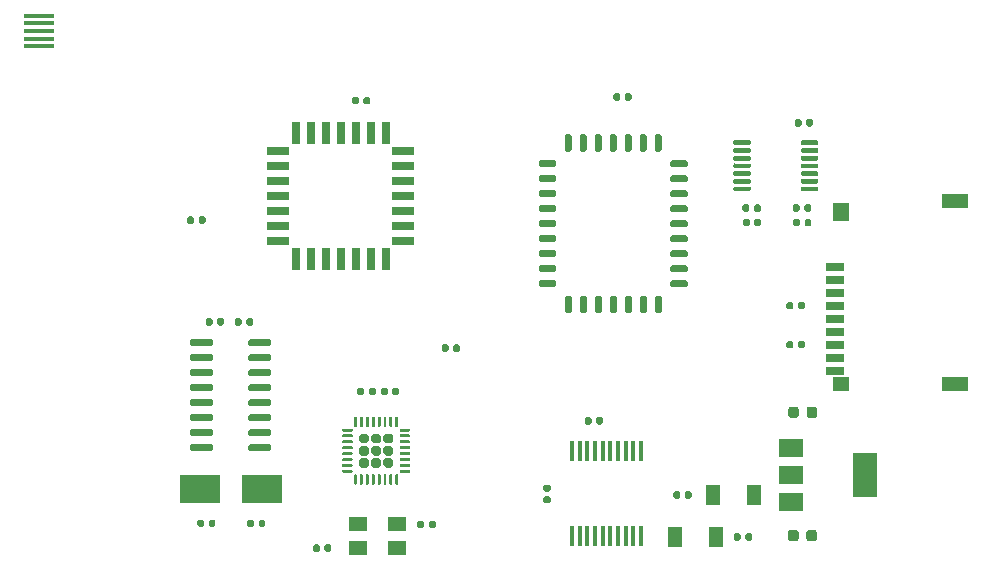
<source format=gbr>
G04 #@! TF.GenerationSoftware,KiCad,Pcbnew,(5.1.8)-1*
G04 #@! TF.CreationDate,2021-04-15T18:07:30+02:00*
G04 #@! TF.ProjectId,ZX Dandanator Mini 2.1b,5a582044-616e-4646-916e-61746f72204d,rev?*
G04 #@! TF.SameCoordinates,Original*
G04 #@! TF.FileFunction,Paste,Top*
G04 #@! TF.FilePolarity,Positive*
%FSLAX46Y46*%
G04 Gerber Fmt 4.6, Leading zero omitted, Abs format (unit mm)*
G04 Created by KiCad (PCBNEW (5.1.8)-1) date 2021-04-15 18:07:30*
%MOMM*%
%LPD*%
G01*
G04 APERTURE LIST*
%ADD10R,3.500000X2.400000*%
%ADD11R,2.650000X0.400000*%
%ADD12R,2.000000X1.500000*%
%ADD13R,2.000000X3.800000*%
%ADD14R,1.600000X1.300000*%
%ADD15R,1.600000X0.700000*%
%ADD16R,1.400000X1.200000*%
%ADD17R,1.400000X1.600000*%
%ADD18R,2.200000X1.200000*%
%ADD19R,1.300000X1.700000*%
%ADD20R,0.450000X1.750000*%
%ADD21R,1.925000X0.700000*%
%ADD22R,0.700000X1.925000*%
G04 APERTURE END LIST*
G36*
G01*
X146482500Y-109859000D02*
X146067500Y-109859000D01*
G75*
G02*
X145860000Y-109651500I0J207500D01*
G01*
X145860000Y-109236500D01*
G75*
G02*
X146067500Y-109029000I207500J0D01*
G01*
X146482500Y-109029000D01*
G75*
G02*
X146690000Y-109236500I0J-207500D01*
G01*
X146690000Y-109651500D01*
G75*
G02*
X146482500Y-109859000I-207500J0D01*
G01*
G37*
G36*
G01*
X145452500Y-109859000D02*
X145037500Y-109859000D01*
G75*
G02*
X144830000Y-109651500I0J207500D01*
G01*
X144830000Y-109236500D01*
G75*
G02*
X145037500Y-109029000I207500J0D01*
G01*
X145452500Y-109029000D01*
G75*
G02*
X145660000Y-109236500I0J-207500D01*
G01*
X145660000Y-109651500D01*
G75*
G02*
X145452500Y-109859000I-207500J0D01*
G01*
G37*
G36*
G01*
X144422500Y-109859000D02*
X144007500Y-109859000D01*
G75*
G02*
X143800000Y-109651500I0J207500D01*
G01*
X143800000Y-109236500D01*
G75*
G02*
X144007500Y-109029000I207500J0D01*
G01*
X144422500Y-109029000D01*
G75*
G02*
X144630000Y-109236500I0J-207500D01*
G01*
X144630000Y-109651500D01*
G75*
G02*
X144422500Y-109859000I-207500J0D01*
G01*
G37*
G36*
G01*
X146482500Y-110889000D02*
X146067500Y-110889000D01*
G75*
G02*
X145860000Y-110681500I0J207500D01*
G01*
X145860000Y-110266500D01*
G75*
G02*
X146067500Y-110059000I207500J0D01*
G01*
X146482500Y-110059000D01*
G75*
G02*
X146690000Y-110266500I0J-207500D01*
G01*
X146690000Y-110681500D01*
G75*
G02*
X146482500Y-110889000I-207500J0D01*
G01*
G37*
G36*
G01*
X145452500Y-110889000D02*
X145037500Y-110889000D01*
G75*
G02*
X144830000Y-110681500I0J207500D01*
G01*
X144830000Y-110266500D01*
G75*
G02*
X145037500Y-110059000I207500J0D01*
G01*
X145452500Y-110059000D01*
G75*
G02*
X145660000Y-110266500I0J-207500D01*
G01*
X145660000Y-110681500D01*
G75*
G02*
X145452500Y-110889000I-207500J0D01*
G01*
G37*
G36*
G01*
X144422500Y-110889000D02*
X144007500Y-110889000D01*
G75*
G02*
X143800000Y-110681500I0J207500D01*
G01*
X143800000Y-110266500D01*
G75*
G02*
X144007500Y-110059000I207500J0D01*
G01*
X144422500Y-110059000D01*
G75*
G02*
X144630000Y-110266500I0J-207500D01*
G01*
X144630000Y-110681500D01*
G75*
G02*
X144422500Y-110889000I-207500J0D01*
G01*
G37*
G36*
G01*
X146482500Y-111919000D02*
X146067500Y-111919000D01*
G75*
G02*
X145860000Y-111711500I0J207500D01*
G01*
X145860000Y-111296500D01*
G75*
G02*
X146067500Y-111089000I207500J0D01*
G01*
X146482500Y-111089000D01*
G75*
G02*
X146690000Y-111296500I0J-207500D01*
G01*
X146690000Y-111711500D01*
G75*
G02*
X146482500Y-111919000I-207500J0D01*
G01*
G37*
G36*
G01*
X145452500Y-111919000D02*
X145037500Y-111919000D01*
G75*
G02*
X144830000Y-111711500I0J207500D01*
G01*
X144830000Y-111296500D01*
G75*
G02*
X145037500Y-111089000I207500J0D01*
G01*
X145452500Y-111089000D01*
G75*
G02*
X145660000Y-111296500I0J-207500D01*
G01*
X145660000Y-111711500D01*
G75*
G02*
X145452500Y-111919000I-207500J0D01*
G01*
G37*
G36*
G01*
X144422500Y-111919000D02*
X144007500Y-111919000D01*
G75*
G02*
X143800000Y-111711500I0J207500D01*
G01*
X143800000Y-111296500D01*
G75*
G02*
X144007500Y-111089000I207500J0D01*
G01*
X144422500Y-111089000D01*
G75*
G02*
X144630000Y-111296500I0J-207500D01*
G01*
X144630000Y-111711500D01*
G75*
G02*
X144422500Y-111919000I-207500J0D01*
G01*
G37*
G36*
G01*
X143182500Y-112349000D02*
X142432500Y-112349000D01*
G75*
G02*
X142370000Y-112286500I0J62500D01*
G01*
X142370000Y-112161500D01*
G75*
G02*
X142432500Y-112099000I62500J0D01*
G01*
X143182500Y-112099000D01*
G75*
G02*
X143245000Y-112161500I0J-62500D01*
G01*
X143245000Y-112286500D01*
G75*
G02*
X143182500Y-112349000I-62500J0D01*
G01*
G37*
G36*
G01*
X143182500Y-111849000D02*
X142432500Y-111849000D01*
G75*
G02*
X142370000Y-111786500I0J62500D01*
G01*
X142370000Y-111661500D01*
G75*
G02*
X142432500Y-111599000I62500J0D01*
G01*
X143182500Y-111599000D01*
G75*
G02*
X143245000Y-111661500I0J-62500D01*
G01*
X143245000Y-111786500D01*
G75*
G02*
X143182500Y-111849000I-62500J0D01*
G01*
G37*
G36*
G01*
X143182500Y-111349000D02*
X142432500Y-111349000D01*
G75*
G02*
X142370000Y-111286500I0J62500D01*
G01*
X142370000Y-111161500D01*
G75*
G02*
X142432500Y-111099000I62500J0D01*
G01*
X143182500Y-111099000D01*
G75*
G02*
X143245000Y-111161500I0J-62500D01*
G01*
X143245000Y-111286500D01*
G75*
G02*
X143182500Y-111349000I-62500J0D01*
G01*
G37*
G36*
G01*
X143182500Y-110849000D02*
X142432500Y-110849000D01*
G75*
G02*
X142370000Y-110786500I0J62500D01*
G01*
X142370000Y-110661500D01*
G75*
G02*
X142432500Y-110599000I62500J0D01*
G01*
X143182500Y-110599000D01*
G75*
G02*
X143245000Y-110661500I0J-62500D01*
G01*
X143245000Y-110786500D01*
G75*
G02*
X143182500Y-110849000I-62500J0D01*
G01*
G37*
G36*
G01*
X143182500Y-110349000D02*
X142432500Y-110349000D01*
G75*
G02*
X142370000Y-110286500I0J62500D01*
G01*
X142370000Y-110161500D01*
G75*
G02*
X142432500Y-110099000I62500J0D01*
G01*
X143182500Y-110099000D01*
G75*
G02*
X143245000Y-110161500I0J-62500D01*
G01*
X143245000Y-110286500D01*
G75*
G02*
X143182500Y-110349000I-62500J0D01*
G01*
G37*
G36*
G01*
X143182500Y-109849000D02*
X142432500Y-109849000D01*
G75*
G02*
X142370000Y-109786500I0J62500D01*
G01*
X142370000Y-109661500D01*
G75*
G02*
X142432500Y-109599000I62500J0D01*
G01*
X143182500Y-109599000D01*
G75*
G02*
X143245000Y-109661500I0J-62500D01*
G01*
X143245000Y-109786500D01*
G75*
G02*
X143182500Y-109849000I-62500J0D01*
G01*
G37*
G36*
G01*
X143182500Y-109349000D02*
X142432500Y-109349000D01*
G75*
G02*
X142370000Y-109286500I0J62500D01*
G01*
X142370000Y-109161500D01*
G75*
G02*
X142432500Y-109099000I62500J0D01*
G01*
X143182500Y-109099000D01*
G75*
G02*
X143245000Y-109161500I0J-62500D01*
G01*
X143245000Y-109286500D01*
G75*
G02*
X143182500Y-109349000I-62500J0D01*
G01*
G37*
G36*
G01*
X143182500Y-108849000D02*
X142432500Y-108849000D01*
G75*
G02*
X142370000Y-108786500I0J62500D01*
G01*
X142370000Y-108661500D01*
G75*
G02*
X142432500Y-108599000I62500J0D01*
G01*
X143182500Y-108599000D01*
G75*
G02*
X143245000Y-108661500I0J-62500D01*
G01*
X143245000Y-108786500D01*
G75*
G02*
X143182500Y-108849000I-62500J0D01*
G01*
G37*
G36*
G01*
X143557500Y-108474000D02*
X143432500Y-108474000D01*
G75*
G02*
X143370000Y-108411500I0J62500D01*
G01*
X143370000Y-107661500D01*
G75*
G02*
X143432500Y-107599000I62500J0D01*
G01*
X143557500Y-107599000D01*
G75*
G02*
X143620000Y-107661500I0J-62500D01*
G01*
X143620000Y-108411500D01*
G75*
G02*
X143557500Y-108474000I-62500J0D01*
G01*
G37*
G36*
G01*
X144057500Y-108474000D02*
X143932500Y-108474000D01*
G75*
G02*
X143870000Y-108411500I0J62500D01*
G01*
X143870000Y-107661500D01*
G75*
G02*
X143932500Y-107599000I62500J0D01*
G01*
X144057500Y-107599000D01*
G75*
G02*
X144120000Y-107661500I0J-62500D01*
G01*
X144120000Y-108411500D01*
G75*
G02*
X144057500Y-108474000I-62500J0D01*
G01*
G37*
G36*
G01*
X144557500Y-108474000D02*
X144432500Y-108474000D01*
G75*
G02*
X144370000Y-108411500I0J62500D01*
G01*
X144370000Y-107661500D01*
G75*
G02*
X144432500Y-107599000I62500J0D01*
G01*
X144557500Y-107599000D01*
G75*
G02*
X144620000Y-107661500I0J-62500D01*
G01*
X144620000Y-108411500D01*
G75*
G02*
X144557500Y-108474000I-62500J0D01*
G01*
G37*
G36*
G01*
X145057500Y-108474000D02*
X144932500Y-108474000D01*
G75*
G02*
X144870000Y-108411500I0J62500D01*
G01*
X144870000Y-107661500D01*
G75*
G02*
X144932500Y-107599000I62500J0D01*
G01*
X145057500Y-107599000D01*
G75*
G02*
X145120000Y-107661500I0J-62500D01*
G01*
X145120000Y-108411500D01*
G75*
G02*
X145057500Y-108474000I-62500J0D01*
G01*
G37*
G36*
G01*
X145557500Y-108474000D02*
X145432500Y-108474000D01*
G75*
G02*
X145370000Y-108411500I0J62500D01*
G01*
X145370000Y-107661500D01*
G75*
G02*
X145432500Y-107599000I62500J0D01*
G01*
X145557500Y-107599000D01*
G75*
G02*
X145620000Y-107661500I0J-62500D01*
G01*
X145620000Y-108411500D01*
G75*
G02*
X145557500Y-108474000I-62500J0D01*
G01*
G37*
G36*
G01*
X146057500Y-108474000D02*
X145932500Y-108474000D01*
G75*
G02*
X145870000Y-108411500I0J62500D01*
G01*
X145870000Y-107661500D01*
G75*
G02*
X145932500Y-107599000I62500J0D01*
G01*
X146057500Y-107599000D01*
G75*
G02*
X146120000Y-107661500I0J-62500D01*
G01*
X146120000Y-108411500D01*
G75*
G02*
X146057500Y-108474000I-62500J0D01*
G01*
G37*
G36*
G01*
X146557500Y-108474000D02*
X146432500Y-108474000D01*
G75*
G02*
X146370000Y-108411500I0J62500D01*
G01*
X146370000Y-107661500D01*
G75*
G02*
X146432500Y-107599000I62500J0D01*
G01*
X146557500Y-107599000D01*
G75*
G02*
X146620000Y-107661500I0J-62500D01*
G01*
X146620000Y-108411500D01*
G75*
G02*
X146557500Y-108474000I-62500J0D01*
G01*
G37*
G36*
G01*
X147057500Y-108474000D02*
X146932500Y-108474000D01*
G75*
G02*
X146870000Y-108411500I0J62500D01*
G01*
X146870000Y-107661500D01*
G75*
G02*
X146932500Y-107599000I62500J0D01*
G01*
X147057500Y-107599000D01*
G75*
G02*
X147120000Y-107661500I0J-62500D01*
G01*
X147120000Y-108411500D01*
G75*
G02*
X147057500Y-108474000I-62500J0D01*
G01*
G37*
G36*
G01*
X148057500Y-108849000D02*
X147307500Y-108849000D01*
G75*
G02*
X147245000Y-108786500I0J62500D01*
G01*
X147245000Y-108661500D01*
G75*
G02*
X147307500Y-108599000I62500J0D01*
G01*
X148057500Y-108599000D01*
G75*
G02*
X148120000Y-108661500I0J-62500D01*
G01*
X148120000Y-108786500D01*
G75*
G02*
X148057500Y-108849000I-62500J0D01*
G01*
G37*
G36*
G01*
X148057500Y-109349000D02*
X147307500Y-109349000D01*
G75*
G02*
X147245000Y-109286500I0J62500D01*
G01*
X147245000Y-109161500D01*
G75*
G02*
X147307500Y-109099000I62500J0D01*
G01*
X148057500Y-109099000D01*
G75*
G02*
X148120000Y-109161500I0J-62500D01*
G01*
X148120000Y-109286500D01*
G75*
G02*
X148057500Y-109349000I-62500J0D01*
G01*
G37*
G36*
G01*
X148057500Y-109849000D02*
X147307500Y-109849000D01*
G75*
G02*
X147245000Y-109786500I0J62500D01*
G01*
X147245000Y-109661500D01*
G75*
G02*
X147307500Y-109599000I62500J0D01*
G01*
X148057500Y-109599000D01*
G75*
G02*
X148120000Y-109661500I0J-62500D01*
G01*
X148120000Y-109786500D01*
G75*
G02*
X148057500Y-109849000I-62500J0D01*
G01*
G37*
G36*
G01*
X148057500Y-110349000D02*
X147307500Y-110349000D01*
G75*
G02*
X147245000Y-110286500I0J62500D01*
G01*
X147245000Y-110161500D01*
G75*
G02*
X147307500Y-110099000I62500J0D01*
G01*
X148057500Y-110099000D01*
G75*
G02*
X148120000Y-110161500I0J-62500D01*
G01*
X148120000Y-110286500D01*
G75*
G02*
X148057500Y-110349000I-62500J0D01*
G01*
G37*
G36*
G01*
X148057500Y-110849000D02*
X147307500Y-110849000D01*
G75*
G02*
X147245000Y-110786500I0J62500D01*
G01*
X147245000Y-110661500D01*
G75*
G02*
X147307500Y-110599000I62500J0D01*
G01*
X148057500Y-110599000D01*
G75*
G02*
X148120000Y-110661500I0J-62500D01*
G01*
X148120000Y-110786500D01*
G75*
G02*
X148057500Y-110849000I-62500J0D01*
G01*
G37*
G36*
G01*
X148057500Y-111349000D02*
X147307500Y-111349000D01*
G75*
G02*
X147245000Y-111286500I0J62500D01*
G01*
X147245000Y-111161500D01*
G75*
G02*
X147307500Y-111099000I62500J0D01*
G01*
X148057500Y-111099000D01*
G75*
G02*
X148120000Y-111161500I0J-62500D01*
G01*
X148120000Y-111286500D01*
G75*
G02*
X148057500Y-111349000I-62500J0D01*
G01*
G37*
G36*
G01*
X148057500Y-111849000D02*
X147307500Y-111849000D01*
G75*
G02*
X147245000Y-111786500I0J62500D01*
G01*
X147245000Y-111661500D01*
G75*
G02*
X147307500Y-111599000I62500J0D01*
G01*
X148057500Y-111599000D01*
G75*
G02*
X148120000Y-111661500I0J-62500D01*
G01*
X148120000Y-111786500D01*
G75*
G02*
X148057500Y-111849000I-62500J0D01*
G01*
G37*
G36*
G01*
X148057500Y-112349000D02*
X147307500Y-112349000D01*
G75*
G02*
X147245000Y-112286500I0J62500D01*
G01*
X147245000Y-112161500D01*
G75*
G02*
X147307500Y-112099000I62500J0D01*
G01*
X148057500Y-112099000D01*
G75*
G02*
X148120000Y-112161500I0J-62500D01*
G01*
X148120000Y-112286500D01*
G75*
G02*
X148057500Y-112349000I-62500J0D01*
G01*
G37*
G36*
G01*
X147057500Y-113349000D02*
X146932500Y-113349000D01*
G75*
G02*
X146870000Y-113286500I0J62500D01*
G01*
X146870000Y-112536500D01*
G75*
G02*
X146932500Y-112474000I62500J0D01*
G01*
X147057500Y-112474000D01*
G75*
G02*
X147120000Y-112536500I0J-62500D01*
G01*
X147120000Y-113286500D01*
G75*
G02*
X147057500Y-113349000I-62500J0D01*
G01*
G37*
G36*
G01*
X146557500Y-113349000D02*
X146432500Y-113349000D01*
G75*
G02*
X146370000Y-113286500I0J62500D01*
G01*
X146370000Y-112536500D01*
G75*
G02*
X146432500Y-112474000I62500J0D01*
G01*
X146557500Y-112474000D01*
G75*
G02*
X146620000Y-112536500I0J-62500D01*
G01*
X146620000Y-113286500D01*
G75*
G02*
X146557500Y-113349000I-62500J0D01*
G01*
G37*
G36*
G01*
X146057500Y-113349000D02*
X145932500Y-113349000D01*
G75*
G02*
X145870000Y-113286500I0J62500D01*
G01*
X145870000Y-112536500D01*
G75*
G02*
X145932500Y-112474000I62500J0D01*
G01*
X146057500Y-112474000D01*
G75*
G02*
X146120000Y-112536500I0J-62500D01*
G01*
X146120000Y-113286500D01*
G75*
G02*
X146057500Y-113349000I-62500J0D01*
G01*
G37*
G36*
G01*
X145557500Y-113349000D02*
X145432500Y-113349000D01*
G75*
G02*
X145370000Y-113286500I0J62500D01*
G01*
X145370000Y-112536500D01*
G75*
G02*
X145432500Y-112474000I62500J0D01*
G01*
X145557500Y-112474000D01*
G75*
G02*
X145620000Y-112536500I0J-62500D01*
G01*
X145620000Y-113286500D01*
G75*
G02*
X145557500Y-113349000I-62500J0D01*
G01*
G37*
G36*
G01*
X145057500Y-113349000D02*
X144932500Y-113349000D01*
G75*
G02*
X144870000Y-113286500I0J62500D01*
G01*
X144870000Y-112536500D01*
G75*
G02*
X144932500Y-112474000I62500J0D01*
G01*
X145057500Y-112474000D01*
G75*
G02*
X145120000Y-112536500I0J-62500D01*
G01*
X145120000Y-113286500D01*
G75*
G02*
X145057500Y-113349000I-62500J0D01*
G01*
G37*
G36*
G01*
X144557500Y-113349000D02*
X144432500Y-113349000D01*
G75*
G02*
X144370000Y-113286500I0J62500D01*
G01*
X144370000Y-112536500D01*
G75*
G02*
X144432500Y-112474000I62500J0D01*
G01*
X144557500Y-112474000D01*
G75*
G02*
X144620000Y-112536500I0J-62500D01*
G01*
X144620000Y-113286500D01*
G75*
G02*
X144557500Y-113349000I-62500J0D01*
G01*
G37*
G36*
G01*
X144057500Y-113349000D02*
X143932500Y-113349000D01*
G75*
G02*
X143870000Y-113286500I0J62500D01*
G01*
X143870000Y-112536500D01*
G75*
G02*
X143932500Y-112474000I62500J0D01*
G01*
X144057500Y-112474000D01*
G75*
G02*
X144120000Y-112536500I0J-62500D01*
G01*
X144120000Y-113286500D01*
G75*
G02*
X144057500Y-113349000I-62500J0D01*
G01*
G37*
G36*
G01*
X143557500Y-113349000D02*
X143432500Y-113349000D01*
G75*
G02*
X143370000Y-113286500I0J62500D01*
G01*
X143370000Y-112536500D01*
G75*
G02*
X143432500Y-112474000I62500J0D01*
G01*
X143557500Y-112474000D01*
G75*
G02*
X143620000Y-112536500I0J-62500D01*
G01*
X143620000Y-113286500D01*
G75*
G02*
X143557500Y-113349000I-62500J0D01*
G01*
G37*
D10*
X135571000Y-113685000D03*
X130371000Y-113685000D03*
G36*
G01*
X134430000Y-101482000D02*
X134430000Y-101182000D01*
G75*
G02*
X134580000Y-101032000I150000J0D01*
G01*
X136230000Y-101032000D01*
G75*
G02*
X136380000Y-101182000I0J-150000D01*
G01*
X136380000Y-101482000D01*
G75*
G02*
X136230000Y-101632000I-150000J0D01*
G01*
X134580000Y-101632000D01*
G75*
G02*
X134430000Y-101482000I0J150000D01*
G01*
G37*
G36*
G01*
X134430000Y-102752000D02*
X134430000Y-102452000D01*
G75*
G02*
X134580000Y-102302000I150000J0D01*
G01*
X136230000Y-102302000D01*
G75*
G02*
X136380000Y-102452000I0J-150000D01*
G01*
X136380000Y-102752000D01*
G75*
G02*
X136230000Y-102902000I-150000J0D01*
G01*
X134580000Y-102902000D01*
G75*
G02*
X134430000Y-102752000I0J150000D01*
G01*
G37*
G36*
G01*
X134430000Y-104022000D02*
X134430000Y-103722000D01*
G75*
G02*
X134580000Y-103572000I150000J0D01*
G01*
X136230000Y-103572000D01*
G75*
G02*
X136380000Y-103722000I0J-150000D01*
G01*
X136380000Y-104022000D01*
G75*
G02*
X136230000Y-104172000I-150000J0D01*
G01*
X134580000Y-104172000D01*
G75*
G02*
X134430000Y-104022000I0J150000D01*
G01*
G37*
G36*
G01*
X134430000Y-105292000D02*
X134430000Y-104992000D01*
G75*
G02*
X134580000Y-104842000I150000J0D01*
G01*
X136230000Y-104842000D01*
G75*
G02*
X136380000Y-104992000I0J-150000D01*
G01*
X136380000Y-105292000D01*
G75*
G02*
X136230000Y-105442000I-150000J0D01*
G01*
X134580000Y-105442000D01*
G75*
G02*
X134430000Y-105292000I0J150000D01*
G01*
G37*
G36*
G01*
X134430000Y-106562000D02*
X134430000Y-106262000D01*
G75*
G02*
X134580000Y-106112000I150000J0D01*
G01*
X136230000Y-106112000D01*
G75*
G02*
X136380000Y-106262000I0J-150000D01*
G01*
X136380000Y-106562000D01*
G75*
G02*
X136230000Y-106712000I-150000J0D01*
G01*
X134580000Y-106712000D01*
G75*
G02*
X134430000Y-106562000I0J150000D01*
G01*
G37*
G36*
G01*
X134430000Y-107832000D02*
X134430000Y-107532000D01*
G75*
G02*
X134580000Y-107382000I150000J0D01*
G01*
X136230000Y-107382000D01*
G75*
G02*
X136380000Y-107532000I0J-150000D01*
G01*
X136380000Y-107832000D01*
G75*
G02*
X136230000Y-107982000I-150000J0D01*
G01*
X134580000Y-107982000D01*
G75*
G02*
X134430000Y-107832000I0J150000D01*
G01*
G37*
G36*
G01*
X134430000Y-109102000D02*
X134430000Y-108802000D01*
G75*
G02*
X134580000Y-108652000I150000J0D01*
G01*
X136230000Y-108652000D01*
G75*
G02*
X136380000Y-108802000I0J-150000D01*
G01*
X136380000Y-109102000D01*
G75*
G02*
X136230000Y-109252000I-150000J0D01*
G01*
X134580000Y-109252000D01*
G75*
G02*
X134430000Y-109102000I0J150000D01*
G01*
G37*
G36*
G01*
X134430000Y-110372000D02*
X134430000Y-110072000D01*
G75*
G02*
X134580000Y-109922000I150000J0D01*
G01*
X136230000Y-109922000D01*
G75*
G02*
X136380000Y-110072000I0J-150000D01*
G01*
X136380000Y-110372000D01*
G75*
G02*
X136230000Y-110522000I-150000J0D01*
G01*
X134580000Y-110522000D01*
G75*
G02*
X134430000Y-110372000I0J150000D01*
G01*
G37*
G36*
G01*
X129480000Y-110372000D02*
X129480000Y-110072000D01*
G75*
G02*
X129630000Y-109922000I150000J0D01*
G01*
X131280000Y-109922000D01*
G75*
G02*
X131430000Y-110072000I0J-150000D01*
G01*
X131430000Y-110372000D01*
G75*
G02*
X131280000Y-110522000I-150000J0D01*
G01*
X129630000Y-110522000D01*
G75*
G02*
X129480000Y-110372000I0J150000D01*
G01*
G37*
G36*
G01*
X129480000Y-109102000D02*
X129480000Y-108802000D01*
G75*
G02*
X129630000Y-108652000I150000J0D01*
G01*
X131280000Y-108652000D01*
G75*
G02*
X131430000Y-108802000I0J-150000D01*
G01*
X131430000Y-109102000D01*
G75*
G02*
X131280000Y-109252000I-150000J0D01*
G01*
X129630000Y-109252000D01*
G75*
G02*
X129480000Y-109102000I0J150000D01*
G01*
G37*
G36*
G01*
X129480000Y-107832000D02*
X129480000Y-107532000D01*
G75*
G02*
X129630000Y-107382000I150000J0D01*
G01*
X131280000Y-107382000D01*
G75*
G02*
X131430000Y-107532000I0J-150000D01*
G01*
X131430000Y-107832000D01*
G75*
G02*
X131280000Y-107982000I-150000J0D01*
G01*
X129630000Y-107982000D01*
G75*
G02*
X129480000Y-107832000I0J150000D01*
G01*
G37*
G36*
G01*
X129480000Y-106562000D02*
X129480000Y-106262000D01*
G75*
G02*
X129630000Y-106112000I150000J0D01*
G01*
X131280000Y-106112000D01*
G75*
G02*
X131430000Y-106262000I0J-150000D01*
G01*
X131430000Y-106562000D01*
G75*
G02*
X131280000Y-106712000I-150000J0D01*
G01*
X129630000Y-106712000D01*
G75*
G02*
X129480000Y-106562000I0J150000D01*
G01*
G37*
G36*
G01*
X129480000Y-105292000D02*
X129480000Y-104992000D01*
G75*
G02*
X129630000Y-104842000I150000J0D01*
G01*
X131280000Y-104842000D01*
G75*
G02*
X131430000Y-104992000I0J-150000D01*
G01*
X131430000Y-105292000D01*
G75*
G02*
X131280000Y-105442000I-150000J0D01*
G01*
X129630000Y-105442000D01*
G75*
G02*
X129480000Y-105292000I0J150000D01*
G01*
G37*
G36*
G01*
X129480000Y-104022000D02*
X129480000Y-103722000D01*
G75*
G02*
X129630000Y-103572000I150000J0D01*
G01*
X131280000Y-103572000D01*
G75*
G02*
X131430000Y-103722000I0J-150000D01*
G01*
X131430000Y-104022000D01*
G75*
G02*
X131280000Y-104172000I-150000J0D01*
G01*
X129630000Y-104172000D01*
G75*
G02*
X129480000Y-104022000I0J150000D01*
G01*
G37*
G36*
G01*
X129480000Y-102752000D02*
X129480000Y-102452000D01*
G75*
G02*
X129630000Y-102302000I150000J0D01*
G01*
X131280000Y-102302000D01*
G75*
G02*
X131430000Y-102452000I0J-150000D01*
G01*
X131430000Y-102752000D01*
G75*
G02*
X131280000Y-102902000I-150000J0D01*
G01*
X129630000Y-102902000D01*
G75*
G02*
X129480000Y-102752000I0J150000D01*
G01*
G37*
G36*
G01*
X129480000Y-101482000D02*
X129480000Y-101182000D01*
G75*
G02*
X129630000Y-101032000I150000J0D01*
G01*
X131280000Y-101032000D01*
G75*
G02*
X131430000Y-101182000I0J-150000D01*
G01*
X131430000Y-101482000D01*
G75*
G02*
X131280000Y-101632000I-150000J0D01*
G01*
X129630000Y-101632000D01*
G75*
G02*
X129480000Y-101482000I0J150000D01*
G01*
G37*
G36*
G01*
X134895000Y-116456000D02*
X134895000Y-116796000D01*
G75*
G02*
X134755000Y-116936000I-140000J0D01*
G01*
X134475000Y-116936000D01*
G75*
G02*
X134335000Y-116796000I0J140000D01*
G01*
X134335000Y-116456000D01*
G75*
G02*
X134475000Y-116316000I140000J0D01*
G01*
X134755000Y-116316000D01*
G75*
G02*
X134895000Y-116456000I0J-140000D01*
G01*
G37*
G36*
G01*
X135855000Y-116456000D02*
X135855000Y-116796000D01*
G75*
G02*
X135715000Y-116936000I-140000J0D01*
G01*
X135435000Y-116936000D01*
G75*
G02*
X135295000Y-116796000I0J140000D01*
G01*
X135295000Y-116456000D01*
G75*
G02*
X135435000Y-116316000I140000J0D01*
G01*
X135715000Y-116316000D01*
G75*
G02*
X135855000Y-116456000I0J-140000D01*
G01*
G37*
G36*
G01*
X131078000Y-116781000D02*
X131078000Y-116441000D01*
G75*
G02*
X131218000Y-116301000I140000J0D01*
G01*
X131498000Y-116301000D01*
G75*
G02*
X131638000Y-116441000I0J-140000D01*
G01*
X131638000Y-116781000D01*
G75*
G02*
X131498000Y-116921000I-140000J0D01*
G01*
X131218000Y-116921000D01*
G75*
G02*
X131078000Y-116781000I0J140000D01*
G01*
G37*
G36*
G01*
X130118000Y-116781000D02*
X130118000Y-116441000D01*
G75*
G02*
X130258000Y-116301000I140000J0D01*
G01*
X130538000Y-116301000D01*
G75*
G02*
X130678000Y-116441000I0J-140000D01*
G01*
X130678000Y-116781000D01*
G75*
G02*
X130538000Y-116921000I-140000J0D01*
G01*
X130258000Y-116921000D01*
G75*
G02*
X130118000Y-116781000I0J140000D01*
G01*
G37*
D11*
X116720600Y-76235200D03*
X116720600Y-75589800D03*
X116720600Y-74939800D03*
X116720600Y-74289800D03*
X116720600Y-73639800D03*
G36*
G01*
X181681000Y-107476000D02*
X181681000Y-106976000D01*
G75*
G02*
X181906000Y-106751000I225000J0D01*
G01*
X182356000Y-106751000D01*
G75*
G02*
X182581000Y-106976000I0J-225000D01*
G01*
X182581000Y-107476000D01*
G75*
G02*
X182356000Y-107701000I-225000J0D01*
G01*
X181906000Y-107701000D01*
G75*
G02*
X181681000Y-107476000I0J225000D01*
G01*
G37*
G36*
G01*
X180131000Y-107476000D02*
X180131000Y-106976000D01*
G75*
G02*
X180356000Y-106751000I225000J0D01*
G01*
X180806000Y-106751000D01*
G75*
G02*
X181031000Y-106976000I0J-225000D01*
G01*
X181031000Y-107476000D01*
G75*
G02*
X180806000Y-107701000I-225000J0D01*
G01*
X180356000Y-107701000D01*
G75*
G02*
X180131000Y-107476000I0J225000D01*
G01*
G37*
G36*
G01*
X181666000Y-117907000D02*
X181666000Y-117407000D01*
G75*
G02*
X181891000Y-117182000I225000J0D01*
G01*
X182341000Y-117182000D01*
G75*
G02*
X182566000Y-117407000I0J-225000D01*
G01*
X182566000Y-117907000D01*
G75*
G02*
X182341000Y-118132000I-225000J0D01*
G01*
X181891000Y-118132000D01*
G75*
G02*
X181666000Y-117907000I0J225000D01*
G01*
G37*
G36*
G01*
X180116000Y-117907000D02*
X180116000Y-117407000D01*
G75*
G02*
X180341000Y-117182000I225000J0D01*
G01*
X180791000Y-117182000D01*
G75*
G02*
X181016000Y-117407000I0J-225000D01*
G01*
X181016000Y-117907000D01*
G75*
G02*
X180791000Y-118132000I-225000J0D01*
G01*
X180341000Y-118132000D01*
G75*
G02*
X180116000Y-117907000I0J225000D01*
G01*
G37*
D12*
X180327000Y-110204000D03*
X180327000Y-114804000D03*
X180327000Y-112504000D03*
D13*
X186627000Y-112504000D03*
G36*
G01*
X176499000Y-117954500D02*
X176499000Y-117609500D01*
G75*
G02*
X176646500Y-117462000I147500J0D01*
G01*
X176941500Y-117462000D01*
G75*
G02*
X177089000Y-117609500I0J-147500D01*
G01*
X177089000Y-117954500D01*
G75*
G02*
X176941500Y-118102000I-147500J0D01*
G01*
X176646500Y-118102000D01*
G75*
G02*
X176499000Y-117954500I0J147500D01*
G01*
G37*
G36*
G01*
X175529000Y-117954500D02*
X175529000Y-117609500D01*
G75*
G02*
X175676500Y-117462000I147500J0D01*
G01*
X175971500Y-117462000D01*
G75*
G02*
X176119000Y-117609500I0J-147500D01*
G01*
X176119000Y-117954500D01*
G75*
G02*
X175971500Y-118102000I-147500J0D01*
G01*
X175676500Y-118102000D01*
G75*
G02*
X175529000Y-117954500I0J147500D01*
G01*
G37*
G36*
G01*
X163480000Y-107774500D02*
X163480000Y-108119500D01*
G75*
G02*
X163332500Y-108267000I-147500J0D01*
G01*
X163037500Y-108267000D01*
G75*
G02*
X162890000Y-108119500I0J147500D01*
G01*
X162890000Y-107774500D01*
G75*
G02*
X163037500Y-107627000I147500J0D01*
G01*
X163332500Y-107627000D01*
G75*
G02*
X163480000Y-107774500I0J-147500D01*
G01*
G37*
G36*
G01*
X164450000Y-107774500D02*
X164450000Y-108119500D01*
G75*
G02*
X164302500Y-108267000I-147500J0D01*
G01*
X164007500Y-108267000D01*
G75*
G02*
X163860000Y-108119500I0J147500D01*
G01*
X163860000Y-107774500D01*
G75*
G02*
X164007500Y-107627000I147500J0D01*
G01*
X164302500Y-107627000D01*
G75*
G02*
X164450000Y-107774500I0J-147500D01*
G01*
G37*
G36*
G01*
X131390000Y-99390100D02*
X131390000Y-99735100D01*
G75*
G02*
X131242500Y-99882600I-147500J0D01*
G01*
X130947500Y-99882600D01*
G75*
G02*
X130800000Y-99735100I0J147500D01*
G01*
X130800000Y-99390100D01*
G75*
G02*
X130947500Y-99242600I147500J0D01*
G01*
X131242500Y-99242600D01*
G75*
G02*
X131390000Y-99390100I0J-147500D01*
G01*
G37*
G36*
G01*
X132360000Y-99390100D02*
X132360000Y-99735100D01*
G75*
G02*
X132212500Y-99882600I-147500J0D01*
G01*
X131917500Y-99882600D01*
G75*
G02*
X131770000Y-99735100I0J147500D01*
G01*
X131770000Y-99390100D01*
G75*
G02*
X131917500Y-99242600I147500J0D01*
G01*
X132212500Y-99242600D01*
G75*
G02*
X132360000Y-99390100I0J-147500D01*
G01*
G37*
G36*
G01*
X134246000Y-99735100D02*
X134246000Y-99390100D01*
G75*
G02*
X134393500Y-99242600I147500J0D01*
G01*
X134688500Y-99242600D01*
G75*
G02*
X134836000Y-99390100I0J-147500D01*
G01*
X134836000Y-99735100D01*
G75*
G02*
X134688500Y-99882600I-147500J0D01*
G01*
X134393500Y-99882600D01*
G75*
G02*
X134246000Y-99735100I0J147500D01*
G01*
G37*
G36*
G01*
X133276000Y-99735100D02*
X133276000Y-99390100D01*
G75*
G02*
X133423500Y-99242600I147500J0D01*
G01*
X133718500Y-99242600D01*
G75*
G02*
X133866000Y-99390100I0J-147500D01*
G01*
X133866000Y-99735100D01*
G75*
G02*
X133718500Y-99882600I-147500J0D01*
G01*
X133423500Y-99882600D01*
G75*
G02*
X133276000Y-99735100I0J147500D01*
G01*
G37*
G36*
G01*
X144172000Y-81010100D02*
X144172000Y-80665100D01*
G75*
G02*
X144319500Y-80517600I147500J0D01*
G01*
X144614500Y-80517600D01*
G75*
G02*
X144762000Y-80665100I0J-147500D01*
G01*
X144762000Y-81010100D01*
G75*
G02*
X144614500Y-81157600I-147500J0D01*
G01*
X144319500Y-81157600D01*
G75*
G02*
X144172000Y-81010100I0J147500D01*
G01*
G37*
G36*
G01*
X143202000Y-81010100D02*
X143202000Y-80665100D01*
G75*
G02*
X143349500Y-80517600I147500J0D01*
G01*
X143644500Y-80517600D01*
G75*
G02*
X143792000Y-80665100I0J-147500D01*
G01*
X143792000Y-81010100D01*
G75*
G02*
X143644500Y-81157600I-147500J0D01*
G01*
X143349500Y-81157600D01*
G75*
G02*
X143202000Y-81010100I0J147500D01*
G01*
G37*
G36*
G01*
X165898000Y-80350200D02*
X165898000Y-80695200D01*
G75*
G02*
X165750500Y-80842700I-147500J0D01*
G01*
X165455500Y-80842700D01*
G75*
G02*
X165308000Y-80695200I0J147500D01*
G01*
X165308000Y-80350200D01*
G75*
G02*
X165455500Y-80202700I147500J0D01*
G01*
X165750500Y-80202700D01*
G75*
G02*
X165898000Y-80350200I0J-147500D01*
G01*
G37*
G36*
G01*
X166868000Y-80350200D02*
X166868000Y-80695200D01*
G75*
G02*
X166720500Y-80842700I-147500J0D01*
G01*
X166425500Y-80842700D01*
G75*
G02*
X166278000Y-80695200I0J147500D01*
G01*
X166278000Y-80350200D01*
G75*
G02*
X166425500Y-80202700I147500J0D01*
G01*
X166720500Y-80202700D01*
G75*
G02*
X166868000Y-80350200I0J-147500D01*
G01*
G37*
G36*
G01*
X130215000Y-91129500D02*
X130215000Y-90784500D01*
G75*
G02*
X130362500Y-90637000I147500J0D01*
G01*
X130657500Y-90637000D01*
G75*
G02*
X130805000Y-90784500I0J-147500D01*
G01*
X130805000Y-91129500D01*
G75*
G02*
X130657500Y-91277000I-147500J0D01*
G01*
X130362500Y-91277000D01*
G75*
G02*
X130215000Y-91129500I0J147500D01*
G01*
G37*
G36*
G01*
X129245000Y-91129500D02*
X129245000Y-90784500D01*
G75*
G02*
X129392500Y-90637000I147500J0D01*
G01*
X129687500Y-90637000D01*
G75*
G02*
X129835000Y-90784500I0J-147500D01*
G01*
X129835000Y-91129500D01*
G75*
G02*
X129687500Y-91277000I-147500J0D01*
G01*
X129392500Y-91277000D01*
G75*
G02*
X129245000Y-91129500I0J147500D01*
G01*
G37*
G36*
G01*
X159537500Y-114344000D02*
X159882500Y-114344000D01*
G75*
G02*
X160030000Y-114491500I0J-147500D01*
G01*
X160030000Y-114786500D01*
G75*
G02*
X159882500Y-114934000I-147500J0D01*
G01*
X159537500Y-114934000D01*
G75*
G02*
X159390000Y-114786500I0J147500D01*
G01*
X159390000Y-114491500D01*
G75*
G02*
X159537500Y-114344000I147500J0D01*
G01*
G37*
G36*
G01*
X159537500Y-113374000D02*
X159882500Y-113374000D01*
G75*
G02*
X160030000Y-113521500I0J-147500D01*
G01*
X160030000Y-113816500D01*
G75*
G02*
X159882500Y-113964000I-147500J0D01*
G01*
X159537500Y-113964000D01*
G75*
G02*
X159390000Y-113816500I0J147500D01*
G01*
X159390000Y-113521500D01*
G75*
G02*
X159537500Y-113374000I147500J0D01*
G01*
G37*
D14*
X143686000Y-116716000D03*
X146986000Y-116716000D03*
X146986000Y-118716000D03*
X143686000Y-118716000D03*
G36*
G01*
X181210000Y-84507100D02*
X181210000Y-84307100D01*
G75*
G02*
X181310000Y-84207100I100000J0D01*
G01*
X182585000Y-84207100D01*
G75*
G02*
X182685000Y-84307100I0J-100000D01*
G01*
X182685000Y-84507100D01*
G75*
G02*
X182585000Y-84607100I-100000J0D01*
G01*
X181310000Y-84607100D01*
G75*
G02*
X181210000Y-84507100I0J100000D01*
G01*
G37*
G36*
G01*
X181210000Y-85157100D02*
X181210000Y-84957100D01*
G75*
G02*
X181310000Y-84857100I100000J0D01*
G01*
X182585000Y-84857100D01*
G75*
G02*
X182685000Y-84957100I0J-100000D01*
G01*
X182685000Y-85157100D01*
G75*
G02*
X182585000Y-85257100I-100000J0D01*
G01*
X181310000Y-85257100D01*
G75*
G02*
X181210000Y-85157100I0J100000D01*
G01*
G37*
G36*
G01*
X181210000Y-85807100D02*
X181210000Y-85607100D01*
G75*
G02*
X181310000Y-85507100I100000J0D01*
G01*
X182585000Y-85507100D01*
G75*
G02*
X182685000Y-85607100I0J-100000D01*
G01*
X182685000Y-85807100D01*
G75*
G02*
X182585000Y-85907100I-100000J0D01*
G01*
X181310000Y-85907100D01*
G75*
G02*
X181210000Y-85807100I0J100000D01*
G01*
G37*
G36*
G01*
X181210000Y-86457100D02*
X181210000Y-86257100D01*
G75*
G02*
X181310000Y-86157100I100000J0D01*
G01*
X182585000Y-86157100D01*
G75*
G02*
X182685000Y-86257100I0J-100000D01*
G01*
X182685000Y-86457100D01*
G75*
G02*
X182585000Y-86557100I-100000J0D01*
G01*
X181310000Y-86557100D01*
G75*
G02*
X181210000Y-86457100I0J100000D01*
G01*
G37*
G36*
G01*
X181210000Y-87107100D02*
X181210000Y-86907100D01*
G75*
G02*
X181310000Y-86807100I100000J0D01*
G01*
X182585000Y-86807100D01*
G75*
G02*
X182685000Y-86907100I0J-100000D01*
G01*
X182685000Y-87107100D01*
G75*
G02*
X182585000Y-87207100I-100000J0D01*
G01*
X181310000Y-87207100D01*
G75*
G02*
X181210000Y-87107100I0J100000D01*
G01*
G37*
G36*
G01*
X181210000Y-87757100D02*
X181210000Y-87557100D01*
G75*
G02*
X181310000Y-87457100I100000J0D01*
G01*
X182585000Y-87457100D01*
G75*
G02*
X182685000Y-87557100I0J-100000D01*
G01*
X182685000Y-87757100D01*
G75*
G02*
X182585000Y-87857100I-100000J0D01*
G01*
X181310000Y-87857100D01*
G75*
G02*
X181210000Y-87757100I0J100000D01*
G01*
G37*
G36*
G01*
X181210000Y-88407100D02*
X181210000Y-88207100D01*
G75*
G02*
X181310000Y-88107100I100000J0D01*
G01*
X182585000Y-88107100D01*
G75*
G02*
X182685000Y-88207100I0J-100000D01*
G01*
X182685000Y-88407100D01*
G75*
G02*
X182585000Y-88507100I-100000J0D01*
G01*
X181310000Y-88507100D01*
G75*
G02*
X181210000Y-88407100I0J100000D01*
G01*
G37*
G36*
G01*
X175485000Y-88407100D02*
X175485000Y-88207100D01*
G75*
G02*
X175585000Y-88107100I100000J0D01*
G01*
X176860000Y-88107100D01*
G75*
G02*
X176960000Y-88207100I0J-100000D01*
G01*
X176960000Y-88407100D01*
G75*
G02*
X176860000Y-88507100I-100000J0D01*
G01*
X175585000Y-88507100D01*
G75*
G02*
X175485000Y-88407100I0J100000D01*
G01*
G37*
G36*
G01*
X175485000Y-87757100D02*
X175485000Y-87557100D01*
G75*
G02*
X175585000Y-87457100I100000J0D01*
G01*
X176860000Y-87457100D01*
G75*
G02*
X176960000Y-87557100I0J-100000D01*
G01*
X176960000Y-87757100D01*
G75*
G02*
X176860000Y-87857100I-100000J0D01*
G01*
X175585000Y-87857100D01*
G75*
G02*
X175485000Y-87757100I0J100000D01*
G01*
G37*
G36*
G01*
X175485000Y-87107100D02*
X175485000Y-86907100D01*
G75*
G02*
X175585000Y-86807100I100000J0D01*
G01*
X176860000Y-86807100D01*
G75*
G02*
X176960000Y-86907100I0J-100000D01*
G01*
X176960000Y-87107100D01*
G75*
G02*
X176860000Y-87207100I-100000J0D01*
G01*
X175585000Y-87207100D01*
G75*
G02*
X175485000Y-87107100I0J100000D01*
G01*
G37*
G36*
G01*
X175485000Y-86457100D02*
X175485000Y-86257100D01*
G75*
G02*
X175585000Y-86157100I100000J0D01*
G01*
X176860000Y-86157100D01*
G75*
G02*
X176960000Y-86257100I0J-100000D01*
G01*
X176960000Y-86457100D01*
G75*
G02*
X176860000Y-86557100I-100000J0D01*
G01*
X175585000Y-86557100D01*
G75*
G02*
X175485000Y-86457100I0J100000D01*
G01*
G37*
G36*
G01*
X175485000Y-85807100D02*
X175485000Y-85607100D01*
G75*
G02*
X175585000Y-85507100I100000J0D01*
G01*
X176860000Y-85507100D01*
G75*
G02*
X176960000Y-85607100I0J-100000D01*
G01*
X176960000Y-85807100D01*
G75*
G02*
X176860000Y-85907100I-100000J0D01*
G01*
X175585000Y-85907100D01*
G75*
G02*
X175485000Y-85807100I0J100000D01*
G01*
G37*
G36*
G01*
X175485000Y-85157100D02*
X175485000Y-84957100D01*
G75*
G02*
X175585000Y-84857100I100000J0D01*
G01*
X176860000Y-84857100D01*
G75*
G02*
X176960000Y-84957100I0J-100000D01*
G01*
X176960000Y-85157100D01*
G75*
G02*
X176860000Y-85257100I-100000J0D01*
G01*
X175585000Y-85257100D01*
G75*
G02*
X175485000Y-85157100I0J100000D01*
G01*
G37*
G36*
G01*
X175485000Y-84507100D02*
X175485000Y-84307100D01*
G75*
G02*
X175585000Y-84207100I100000J0D01*
G01*
X176860000Y-84207100D01*
G75*
G02*
X176960000Y-84307100I0J-100000D01*
G01*
X176960000Y-84507100D01*
G75*
G02*
X176860000Y-84607100I-100000J0D01*
G01*
X175585000Y-84607100D01*
G75*
G02*
X175485000Y-84507100I0J100000D01*
G01*
G37*
G36*
G01*
X181120000Y-89755800D02*
X181120000Y-90100800D01*
G75*
G02*
X180972500Y-90248300I-147500J0D01*
G01*
X180677500Y-90248300D01*
G75*
G02*
X180530000Y-90100800I0J147500D01*
G01*
X180530000Y-89755800D01*
G75*
G02*
X180677500Y-89608300I147500J0D01*
G01*
X180972500Y-89608300D01*
G75*
G02*
X181120000Y-89755800I0J-147500D01*
G01*
G37*
G36*
G01*
X182090000Y-89755800D02*
X182090000Y-90100800D01*
G75*
G02*
X181942500Y-90248300I-147500J0D01*
G01*
X181647500Y-90248300D01*
G75*
G02*
X181500000Y-90100800I0J147500D01*
G01*
X181500000Y-89755800D01*
G75*
G02*
X181647500Y-89608300I147500J0D01*
G01*
X181942500Y-89608300D01*
G75*
G02*
X182090000Y-89755800I0J-147500D01*
G01*
G37*
G36*
G01*
X176871000Y-90990200D02*
X176871000Y-91335200D01*
G75*
G02*
X176723500Y-91482700I-147500J0D01*
G01*
X176428500Y-91482700D01*
G75*
G02*
X176281000Y-91335200I0J147500D01*
G01*
X176281000Y-90990200D01*
G75*
G02*
X176428500Y-90842700I147500J0D01*
G01*
X176723500Y-90842700D01*
G75*
G02*
X176871000Y-90990200I0J-147500D01*
G01*
G37*
G36*
G01*
X177841000Y-90990200D02*
X177841000Y-91335200D01*
G75*
G02*
X177693500Y-91482700I-147500J0D01*
G01*
X177398500Y-91482700D01*
G75*
G02*
X177251000Y-91335200I0J147500D01*
G01*
X177251000Y-90990200D01*
G75*
G02*
X177398500Y-90842700I147500J0D01*
G01*
X177693500Y-90842700D01*
G75*
G02*
X177841000Y-90990200I0J-147500D01*
G01*
G37*
G36*
G01*
X176848000Y-89766000D02*
X176848000Y-90111000D01*
G75*
G02*
X176700500Y-90258500I-147500J0D01*
G01*
X176405500Y-90258500D01*
G75*
G02*
X176258000Y-90111000I0J147500D01*
G01*
X176258000Y-89766000D01*
G75*
G02*
X176405500Y-89618500I147500J0D01*
G01*
X176700500Y-89618500D01*
G75*
G02*
X176848000Y-89766000I0J-147500D01*
G01*
G37*
G36*
G01*
X177818000Y-89766000D02*
X177818000Y-90111000D01*
G75*
G02*
X177670500Y-90258500I-147500J0D01*
G01*
X177375500Y-90258500D01*
G75*
G02*
X177228000Y-90111000I0J147500D01*
G01*
X177228000Y-89766000D01*
G75*
G02*
X177375500Y-89618500I147500J0D01*
G01*
X177670500Y-89618500D01*
G75*
G02*
X177818000Y-89766000I0J-147500D01*
G01*
G37*
G36*
G01*
X181133000Y-90997900D02*
X181133000Y-91342900D01*
G75*
G02*
X180985500Y-91490400I-147500J0D01*
G01*
X180690500Y-91490400D01*
G75*
G02*
X180543000Y-91342900I0J147500D01*
G01*
X180543000Y-90997900D01*
G75*
G02*
X180690500Y-90850400I147500J0D01*
G01*
X180985500Y-90850400D01*
G75*
G02*
X181133000Y-90997900I0J-147500D01*
G01*
G37*
G36*
G01*
X182103000Y-90997900D02*
X182103000Y-91342900D01*
G75*
G02*
X181955500Y-91490400I-147500J0D01*
G01*
X181660500Y-91490400D01*
G75*
G02*
X181513000Y-91342900I0J147500D01*
G01*
X181513000Y-90997900D01*
G75*
G02*
X181660500Y-90850400I147500J0D01*
G01*
X181955500Y-90850400D01*
G75*
G02*
X182103000Y-90997900I0J-147500D01*
G01*
G37*
G36*
G01*
X180949000Y-101670500D02*
X180949000Y-101325500D01*
G75*
G02*
X181096500Y-101178000I147500J0D01*
G01*
X181391500Y-101178000D01*
G75*
G02*
X181539000Y-101325500I0J-147500D01*
G01*
X181539000Y-101670500D01*
G75*
G02*
X181391500Y-101818000I-147500J0D01*
G01*
X181096500Y-101818000D01*
G75*
G02*
X180949000Y-101670500I0J147500D01*
G01*
G37*
G36*
G01*
X179979000Y-101670500D02*
X179979000Y-101325500D01*
G75*
G02*
X180126500Y-101178000I147500J0D01*
G01*
X180421500Y-101178000D01*
G75*
G02*
X180569000Y-101325500I0J-147500D01*
G01*
X180569000Y-101670500D01*
G75*
G02*
X180421500Y-101818000I-147500J0D01*
G01*
X180126500Y-101818000D01*
G75*
G02*
X179979000Y-101670500I0J147500D01*
G01*
G37*
G36*
G01*
X151386000Y-101623500D02*
X151386000Y-101968500D01*
G75*
G02*
X151238500Y-102116000I-147500J0D01*
G01*
X150943500Y-102116000D01*
G75*
G02*
X150796000Y-101968500I0J147500D01*
G01*
X150796000Y-101623500D01*
G75*
G02*
X150943500Y-101476000I147500J0D01*
G01*
X151238500Y-101476000D01*
G75*
G02*
X151386000Y-101623500I0J-147500D01*
G01*
G37*
G36*
G01*
X152356000Y-101623500D02*
X152356000Y-101968500D01*
G75*
G02*
X152208500Y-102116000I-147500J0D01*
G01*
X151913500Y-102116000D01*
G75*
G02*
X151766000Y-101968500I0J147500D01*
G01*
X151766000Y-101623500D01*
G75*
G02*
X151913500Y-101476000I147500J0D01*
G01*
X152208500Y-101476000D01*
G75*
G02*
X152356000Y-101623500I0J-147500D01*
G01*
G37*
G36*
G01*
X171373000Y-114415500D02*
X171373000Y-114070500D01*
G75*
G02*
X171520500Y-113923000I147500J0D01*
G01*
X171815500Y-113923000D01*
G75*
G02*
X171963000Y-114070500I0J-147500D01*
G01*
X171963000Y-114415500D01*
G75*
G02*
X171815500Y-114563000I-147500J0D01*
G01*
X171520500Y-114563000D01*
G75*
G02*
X171373000Y-114415500I0J147500D01*
G01*
G37*
G36*
G01*
X170403000Y-114415500D02*
X170403000Y-114070500D01*
G75*
G02*
X170550500Y-113923000I147500J0D01*
G01*
X170845500Y-113923000D01*
G75*
G02*
X170993000Y-114070500I0J-147500D01*
G01*
X170993000Y-114415500D01*
G75*
G02*
X170845500Y-114563000I-147500J0D01*
G01*
X170550500Y-114563000D01*
G75*
G02*
X170403000Y-114415500I0J147500D01*
G01*
G37*
D15*
X184117000Y-97086000D03*
X184117000Y-95986000D03*
X184117000Y-94886000D03*
X184117000Y-98186000D03*
X184117000Y-99286000D03*
X184117000Y-100386000D03*
X184117000Y-102586000D03*
X184117000Y-101486000D03*
X184117000Y-103686000D03*
D16*
X184617000Y-104836000D03*
D17*
X184617000Y-90236000D03*
D18*
X194217000Y-104836000D03*
X194217000Y-89336000D03*
D19*
X177246000Y-114246000D03*
X173746000Y-114246000D03*
G36*
G01*
X149331000Y-116545500D02*
X149331000Y-116890500D01*
G75*
G02*
X149183500Y-117038000I-147500J0D01*
G01*
X148888500Y-117038000D01*
G75*
G02*
X148741000Y-116890500I0J147500D01*
G01*
X148741000Y-116545500D01*
G75*
G02*
X148888500Y-116398000I147500J0D01*
G01*
X149183500Y-116398000D01*
G75*
G02*
X149331000Y-116545500I0J-147500D01*
G01*
G37*
G36*
G01*
X150301000Y-116545500D02*
X150301000Y-116890500D01*
G75*
G02*
X150153500Y-117038000I-147500J0D01*
G01*
X149858500Y-117038000D01*
G75*
G02*
X149711000Y-116890500I0J147500D01*
G01*
X149711000Y-116545500D01*
G75*
G02*
X149858500Y-116398000I147500J0D01*
G01*
X150153500Y-116398000D01*
G75*
G02*
X150301000Y-116545500I0J-147500D01*
G01*
G37*
G36*
G01*
X140862000Y-118892500D02*
X140862000Y-118547500D01*
G75*
G02*
X141009500Y-118400000I147500J0D01*
G01*
X141304500Y-118400000D01*
G75*
G02*
X141452000Y-118547500I0J-147500D01*
G01*
X141452000Y-118892500D01*
G75*
G02*
X141304500Y-119040000I-147500J0D01*
G01*
X141009500Y-119040000D01*
G75*
G02*
X140862000Y-118892500I0J147500D01*
G01*
G37*
G36*
G01*
X139892000Y-118892500D02*
X139892000Y-118547500D01*
G75*
G02*
X140039500Y-118400000I147500J0D01*
G01*
X140334500Y-118400000D01*
G75*
G02*
X140482000Y-118547500I0J-147500D01*
G01*
X140482000Y-118892500D01*
G75*
G02*
X140334500Y-119040000I-147500J0D01*
G01*
X140039500Y-119040000D01*
G75*
G02*
X139892000Y-118892500I0J147500D01*
G01*
G37*
G36*
G01*
X144624000Y-105622500D02*
X144624000Y-105277500D01*
G75*
G02*
X144771500Y-105130000I147500J0D01*
G01*
X145066500Y-105130000D01*
G75*
G02*
X145214000Y-105277500I0J-147500D01*
G01*
X145214000Y-105622500D01*
G75*
G02*
X145066500Y-105770000I-147500J0D01*
G01*
X144771500Y-105770000D01*
G75*
G02*
X144624000Y-105622500I0J147500D01*
G01*
G37*
G36*
G01*
X143654000Y-105622500D02*
X143654000Y-105277500D01*
G75*
G02*
X143801500Y-105130000I147500J0D01*
G01*
X144096500Y-105130000D01*
G75*
G02*
X144244000Y-105277500I0J-147500D01*
G01*
X144244000Y-105622500D01*
G75*
G02*
X144096500Y-105770000I-147500J0D01*
G01*
X143801500Y-105770000D01*
G75*
G02*
X143654000Y-105622500I0J147500D01*
G01*
G37*
G36*
G01*
X181653000Y-82879600D02*
X181653000Y-82534600D01*
G75*
G02*
X181800500Y-82387100I147500J0D01*
G01*
X182095500Y-82387100D01*
G75*
G02*
X182243000Y-82534600I0J-147500D01*
G01*
X182243000Y-82879600D01*
G75*
G02*
X182095500Y-83027100I-147500J0D01*
G01*
X181800500Y-83027100D01*
G75*
G02*
X181653000Y-82879600I0J147500D01*
G01*
G37*
G36*
G01*
X180683000Y-82879600D02*
X180683000Y-82534600D01*
G75*
G02*
X180830500Y-82387100I147500J0D01*
G01*
X181125500Y-82387100D01*
G75*
G02*
X181273000Y-82534600I0J-147500D01*
G01*
X181273000Y-82879600D01*
G75*
G02*
X181125500Y-83027100I-147500J0D01*
G01*
X180830500Y-83027100D01*
G75*
G02*
X180683000Y-82879600I0J147500D01*
G01*
G37*
G36*
G01*
X180944000Y-98368500D02*
X180944000Y-98023500D01*
G75*
G02*
X181091500Y-97876000I147500J0D01*
G01*
X181386500Y-97876000D01*
G75*
G02*
X181534000Y-98023500I0J-147500D01*
G01*
X181534000Y-98368500D01*
G75*
G02*
X181386500Y-98516000I-147500J0D01*
G01*
X181091500Y-98516000D01*
G75*
G02*
X180944000Y-98368500I0J147500D01*
G01*
G37*
G36*
G01*
X179974000Y-98368500D02*
X179974000Y-98023500D01*
G75*
G02*
X180121500Y-97876000I147500J0D01*
G01*
X180416500Y-97876000D01*
G75*
G02*
X180564000Y-98023500I0J-147500D01*
G01*
X180564000Y-98368500D01*
G75*
G02*
X180416500Y-98516000I-147500J0D01*
G01*
X180121500Y-98516000D01*
G75*
G02*
X179974000Y-98368500I0J147500D01*
G01*
G37*
G36*
G01*
X146233000Y-105277500D02*
X146233000Y-105622500D01*
G75*
G02*
X146085500Y-105770000I-147500J0D01*
G01*
X145790500Y-105770000D01*
G75*
G02*
X145643000Y-105622500I0J147500D01*
G01*
X145643000Y-105277500D01*
G75*
G02*
X145790500Y-105130000I147500J0D01*
G01*
X146085500Y-105130000D01*
G75*
G02*
X146233000Y-105277500I0J-147500D01*
G01*
G37*
G36*
G01*
X147203000Y-105277500D02*
X147203000Y-105622500D01*
G75*
G02*
X147055500Y-105770000I-147500J0D01*
G01*
X146760500Y-105770000D01*
G75*
G02*
X146613000Y-105622500I0J147500D01*
G01*
X146613000Y-105277500D01*
G75*
G02*
X146760500Y-105130000I147500J0D01*
G01*
X147055500Y-105130000D01*
G75*
G02*
X147203000Y-105277500I0J-147500D01*
G01*
G37*
D20*
X161824000Y-117724000D03*
X162474000Y-117724000D03*
X163124000Y-117724000D03*
X163774000Y-117724000D03*
X164424000Y-117724000D03*
X165074000Y-117724000D03*
X165724000Y-117724000D03*
X166374000Y-117724000D03*
X167024000Y-117724000D03*
X167674000Y-117724000D03*
X167674000Y-110524000D03*
X167024000Y-110524000D03*
X166374000Y-110524000D03*
X165724000Y-110524000D03*
X165074000Y-110524000D03*
X164424000Y-110524000D03*
X163774000Y-110524000D03*
X163124000Y-110524000D03*
X162474000Y-110524000D03*
X161824000Y-110524000D03*
G36*
G01*
X166286000Y-85006700D02*
X166286000Y-83831700D01*
G75*
G02*
X166436000Y-83681700I150000J0D01*
G01*
X166736000Y-83681700D01*
G75*
G02*
X166886000Y-83831700I0J-150000D01*
G01*
X166886000Y-85006700D01*
G75*
G02*
X166736000Y-85156700I-150000J0D01*
G01*
X166436000Y-85156700D01*
G75*
G02*
X166286000Y-85006700I0J150000D01*
G01*
G37*
G36*
G01*
X167556000Y-85006700D02*
X167556000Y-83831700D01*
G75*
G02*
X167706000Y-83681700I150000J0D01*
G01*
X168006000Y-83681700D01*
G75*
G02*
X168156000Y-83831700I0J-150000D01*
G01*
X168156000Y-85006700D01*
G75*
G02*
X168006000Y-85156700I-150000J0D01*
G01*
X167706000Y-85156700D01*
G75*
G02*
X167556000Y-85006700I0J150000D01*
G01*
G37*
G36*
G01*
X168826000Y-85006700D02*
X168826000Y-83831700D01*
G75*
G02*
X168976000Y-83681700I150000J0D01*
G01*
X169276000Y-83681700D01*
G75*
G02*
X169426000Y-83831700I0J-150000D01*
G01*
X169426000Y-85006700D01*
G75*
G02*
X169276000Y-85156700I-150000J0D01*
G01*
X168976000Y-85156700D01*
G75*
G02*
X168826000Y-85006700I0J150000D01*
G01*
G37*
G36*
G01*
X170141000Y-86326700D02*
X170141000Y-86026700D01*
G75*
G02*
X170291000Y-85876700I150000J0D01*
G01*
X171466000Y-85876700D01*
G75*
G02*
X171616000Y-86026700I0J-150000D01*
G01*
X171616000Y-86326700D01*
G75*
G02*
X171466000Y-86476700I-150000J0D01*
G01*
X170291000Y-86476700D01*
G75*
G02*
X170141000Y-86326700I0J150000D01*
G01*
G37*
G36*
G01*
X170141000Y-87596700D02*
X170141000Y-87296700D01*
G75*
G02*
X170291000Y-87146700I150000J0D01*
G01*
X171466000Y-87146700D01*
G75*
G02*
X171616000Y-87296700I0J-150000D01*
G01*
X171616000Y-87596700D01*
G75*
G02*
X171466000Y-87746700I-150000J0D01*
G01*
X170291000Y-87746700D01*
G75*
G02*
X170141000Y-87596700I0J150000D01*
G01*
G37*
G36*
G01*
X170141000Y-88866700D02*
X170141000Y-88566700D01*
G75*
G02*
X170291000Y-88416700I150000J0D01*
G01*
X171466000Y-88416700D01*
G75*
G02*
X171616000Y-88566700I0J-150000D01*
G01*
X171616000Y-88866700D01*
G75*
G02*
X171466000Y-89016700I-150000J0D01*
G01*
X170291000Y-89016700D01*
G75*
G02*
X170141000Y-88866700I0J150000D01*
G01*
G37*
G36*
G01*
X170141000Y-90136700D02*
X170141000Y-89836700D01*
G75*
G02*
X170291000Y-89686700I150000J0D01*
G01*
X171466000Y-89686700D01*
G75*
G02*
X171616000Y-89836700I0J-150000D01*
G01*
X171616000Y-90136700D01*
G75*
G02*
X171466000Y-90286700I-150000J0D01*
G01*
X170291000Y-90286700D01*
G75*
G02*
X170141000Y-90136700I0J150000D01*
G01*
G37*
G36*
G01*
X170141000Y-91406700D02*
X170141000Y-91106700D01*
G75*
G02*
X170291000Y-90956700I150000J0D01*
G01*
X171466000Y-90956700D01*
G75*
G02*
X171616000Y-91106700I0J-150000D01*
G01*
X171616000Y-91406700D01*
G75*
G02*
X171466000Y-91556700I-150000J0D01*
G01*
X170291000Y-91556700D01*
G75*
G02*
X170141000Y-91406700I0J150000D01*
G01*
G37*
G36*
G01*
X170141000Y-92676700D02*
X170141000Y-92376700D01*
G75*
G02*
X170291000Y-92226700I150000J0D01*
G01*
X171466000Y-92226700D01*
G75*
G02*
X171616000Y-92376700I0J-150000D01*
G01*
X171616000Y-92676700D01*
G75*
G02*
X171466000Y-92826700I-150000J0D01*
G01*
X170291000Y-92826700D01*
G75*
G02*
X170141000Y-92676700I0J150000D01*
G01*
G37*
G36*
G01*
X170141000Y-93946700D02*
X170141000Y-93646700D01*
G75*
G02*
X170291000Y-93496700I150000J0D01*
G01*
X171466000Y-93496700D01*
G75*
G02*
X171616000Y-93646700I0J-150000D01*
G01*
X171616000Y-93946700D01*
G75*
G02*
X171466000Y-94096700I-150000J0D01*
G01*
X170291000Y-94096700D01*
G75*
G02*
X170141000Y-93946700I0J150000D01*
G01*
G37*
G36*
G01*
X170141000Y-95216700D02*
X170141000Y-94916700D01*
G75*
G02*
X170291000Y-94766700I150000J0D01*
G01*
X171466000Y-94766700D01*
G75*
G02*
X171616000Y-94916700I0J-150000D01*
G01*
X171616000Y-95216700D01*
G75*
G02*
X171466000Y-95366700I-150000J0D01*
G01*
X170291000Y-95366700D01*
G75*
G02*
X170141000Y-95216700I0J150000D01*
G01*
G37*
G36*
G01*
X170141000Y-96486700D02*
X170141000Y-96186700D01*
G75*
G02*
X170291000Y-96036700I150000J0D01*
G01*
X171466000Y-96036700D01*
G75*
G02*
X171616000Y-96186700I0J-150000D01*
G01*
X171616000Y-96486700D01*
G75*
G02*
X171466000Y-96636700I-150000J0D01*
G01*
X170291000Y-96636700D01*
G75*
G02*
X170141000Y-96486700I0J150000D01*
G01*
G37*
G36*
G01*
X168826000Y-98681700D02*
X168826000Y-97506700D01*
G75*
G02*
X168976000Y-97356700I150000J0D01*
G01*
X169276000Y-97356700D01*
G75*
G02*
X169426000Y-97506700I0J-150000D01*
G01*
X169426000Y-98681700D01*
G75*
G02*
X169276000Y-98831700I-150000J0D01*
G01*
X168976000Y-98831700D01*
G75*
G02*
X168826000Y-98681700I0J150000D01*
G01*
G37*
G36*
G01*
X167556000Y-98681700D02*
X167556000Y-97506700D01*
G75*
G02*
X167706000Y-97356700I150000J0D01*
G01*
X168006000Y-97356700D01*
G75*
G02*
X168156000Y-97506700I0J-150000D01*
G01*
X168156000Y-98681700D01*
G75*
G02*
X168006000Y-98831700I-150000J0D01*
G01*
X167706000Y-98831700D01*
G75*
G02*
X167556000Y-98681700I0J150000D01*
G01*
G37*
G36*
G01*
X166286000Y-98681700D02*
X166286000Y-97506700D01*
G75*
G02*
X166436000Y-97356700I150000J0D01*
G01*
X166736000Y-97356700D01*
G75*
G02*
X166886000Y-97506700I0J-150000D01*
G01*
X166886000Y-98681700D01*
G75*
G02*
X166736000Y-98831700I-150000J0D01*
G01*
X166436000Y-98831700D01*
G75*
G02*
X166286000Y-98681700I0J150000D01*
G01*
G37*
G36*
G01*
X165016000Y-98681700D02*
X165016000Y-97506700D01*
G75*
G02*
X165166000Y-97356700I150000J0D01*
G01*
X165466000Y-97356700D01*
G75*
G02*
X165616000Y-97506700I0J-150000D01*
G01*
X165616000Y-98681700D01*
G75*
G02*
X165466000Y-98831700I-150000J0D01*
G01*
X165166000Y-98831700D01*
G75*
G02*
X165016000Y-98681700I0J150000D01*
G01*
G37*
G36*
G01*
X163746000Y-98681700D02*
X163746000Y-97506700D01*
G75*
G02*
X163896000Y-97356700I150000J0D01*
G01*
X164196000Y-97356700D01*
G75*
G02*
X164346000Y-97506700I0J-150000D01*
G01*
X164346000Y-98681700D01*
G75*
G02*
X164196000Y-98831700I-150000J0D01*
G01*
X163896000Y-98831700D01*
G75*
G02*
X163746000Y-98681700I0J150000D01*
G01*
G37*
G36*
G01*
X162476000Y-98681700D02*
X162476000Y-97506700D01*
G75*
G02*
X162626000Y-97356700I150000J0D01*
G01*
X162926000Y-97356700D01*
G75*
G02*
X163076000Y-97506700I0J-150000D01*
G01*
X163076000Y-98681700D01*
G75*
G02*
X162926000Y-98831700I-150000J0D01*
G01*
X162626000Y-98831700D01*
G75*
G02*
X162476000Y-98681700I0J150000D01*
G01*
G37*
G36*
G01*
X161206000Y-98681700D02*
X161206000Y-97506700D01*
G75*
G02*
X161356000Y-97356700I150000J0D01*
G01*
X161656000Y-97356700D01*
G75*
G02*
X161806000Y-97506700I0J-150000D01*
G01*
X161806000Y-98681700D01*
G75*
G02*
X161656000Y-98831700I-150000J0D01*
G01*
X161356000Y-98831700D01*
G75*
G02*
X161206000Y-98681700I0J150000D01*
G01*
G37*
G36*
G01*
X159016000Y-96486700D02*
X159016000Y-96186700D01*
G75*
G02*
X159166000Y-96036700I150000J0D01*
G01*
X160341000Y-96036700D01*
G75*
G02*
X160491000Y-96186700I0J-150000D01*
G01*
X160491000Y-96486700D01*
G75*
G02*
X160341000Y-96636700I-150000J0D01*
G01*
X159166000Y-96636700D01*
G75*
G02*
X159016000Y-96486700I0J150000D01*
G01*
G37*
G36*
G01*
X159016000Y-95216700D02*
X159016000Y-94916700D01*
G75*
G02*
X159166000Y-94766700I150000J0D01*
G01*
X160341000Y-94766700D01*
G75*
G02*
X160491000Y-94916700I0J-150000D01*
G01*
X160491000Y-95216700D01*
G75*
G02*
X160341000Y-95366700I-150000J0D01*
G01*
X159166000Y-95366700D01*
G75*
G02*
X159016000Y-95216700I0J150000D01*
G01*
G37*
G36*
G01*
X159016000Y-93946700D02*
X159016000Y-93646700D01*
G75*
G02*
X159166000Y-93496700I150000J0D01*
G01*
X160341000Y-93496700D01*
G75*
G02*
X160491000Y-93646700I0J-150000D01*
G01*
X160491000Y-93946700D01*
G75*
G02*
X160341000Y-94096700I-150000J0D01*
G01*
X159166000Y-94096700D01*
G75*
G02*
X159016000Y-93946700I0J150000D01*
G01*
G37*
G36*
G01*
X159016000Y-92676700D02*
X159016000Y-92376700D01*
G75*
G02*
X159166000Y-92226700I150000J0D01*
G01*
X160341000Y-92226700D01*
G75*
G02*
X160491000Y-92376700I0J-150000D01*
G01*
X160491000Y-92676700D01*
G75*
G02*
X160341000Y-92826700I-150000J0D01*
G01*
X159166000Y-92826700D01*
G75*
G02*
X159016000Y-92676700I0J150000D01*
G01*
G37*
G36*
G01*
X159016000Y-91406700D02*
X159016000Y-91106700D01*
G75*
G02*
X159166000Y-90956700I150000J0D01*
G01*
X160341000Y-90956700D01*
G75*
G02*
X160491000Y-91106700I0J-150000D01*
G01*
X160491000Y-91406700D01*
G75*
G02*
X160341000Y-91556700I-150000J0D01*
G01*
X159166000Y-91556700D01*
G75*
G02*
X159016000Y-91406700I0J150000D01*
G01*
G37*
G36*
G01*
X159016000Y-90136700D02*
X159016000Y-89836700D01*
G75*
G02*
X159166000Y-89686700I150000J0D01*
G01*
X160341000Y-89686700D01*
G75*
G02*
X160491000Y-89836700I0J-150000D01*
G01*
X160491000Y-90136700D01*
G75*
G02*
X160341000Y-90286700I-150000J0D01*
G01*
X159166000Y-90286700D01*
G75*
G02*
X159016000Y-90136700I0J150000D01*
G01*
G37*
G36*
G01*
X159016000Y-88866700D02*
X159016000Y-88566700D01*
G75*
G02*
X159166000Y-88416700I150000J0D01*
G01*
X160341000Y-88416700D01*
G75*
G02*
X160491000Y-88566700I0J-150000D01*
G01*
X160491000Y-88866700D01*
G75*
G02*
X160341000Y-89016700I-150000J0D01*
G01*
X159166000Y-89016700D01*
G75*
G02*
X159016000Y-88866700I0J150000D01*
G01*
G37*
G36*
G01*
X159016000Y-87596700D02*
X159016000Y-87296700D01*
G75*
G02*
X159166000Y-87146700I150000J0D01*
G01*
X160341000Y-87146700D01*
G75*
G02*
X160491000Y-87296700I0J-150000D01*
G01*
X160491000Y-87596700D01*
G75*
G02*
X160341000Y-87746700I-150000J0D01*
G01*
X159166000Y-87746700D01*
G75*
G02*
X159016000Y-87596700I0J150000D01*
G01*
G37*
G36*
G01*
X159016000Y-86326700D02*
X159016000Y-86026700D01*
G75*
G02*
X159166000Y-85876700I150000J0D01*
G01*
X160341000Y-85876700D01*
G75*
G02*
X160491000Y-86026700I0J-150000D01*
G01*
X160491000Y-86326700D01*
G75*
G02*
X160341000Y-86476700I-150000J0D01*
G01*
X159166000Y-86476700D01*
G75*
G02*
X159016000Y-86326700I0J150000D01*
G01*
G37*
G36*
G01*
X161206000Y-85006700D02*
X161206000Y-83831700D01*
G75*
G02*
X161356000Y-83681700I150000J0D01*
G01*
X161656000Y-83681700D01*
G75*
G02*
X161806000Y-83831700I0J-150000D01*
G01*
X161806000Y-85006700D01*
G75*
G02*
X161656000Y-85156700I-150000J0D01*
G01*
X161356000Y-85156700D01*
G75*
G02*
X161206000Y-85006700I0J150000D01*
G01*
G37*
G36*
G01*
X162476000Y-85006700D02*
X162476000Y-83831700D01*
G75*
G02*
X162626000Y-83681700I150000J0D01*
G01*
X162926000Y-83681700D01*
G75*
G02*
X163076000Y-83831700I0J-150000D01*
G01*
X163076000Y-85006700D01*
G75*
G02*
X162926000Y-85156700I-150000J0D01*
G01*
X162626000Y-85156700D01*
G75*
G02*
X162476000Y-85006700I0J150000D01*
G01*
G37*
G36*
G01*
X163746000Y-85006700D02*
X163746000Y-83831700D01*
G75*
G02*
X163896000Y-83681700I150000J0D01*
G01*
X164196000Y-83681700D01*
G75*
G02*
X164346000Y-83831700I0J-150000D01*
G01*
X164346000Y-85006700D01*
G75*
G02*
X164196000Y-85156700I-150000J0D01*
G01*
X163896000Y-85156700D01*
G75*
G02*
X163746000Y-85006700I0J150000D01*
G01*
G37*
G36*
G01*
X165016000Y-85006700D02*
X165016000Y-83831700D01*
G75*
G02*
X165166000Y-83681700I150000J0D01*
G01*
X165466000Y-83681700D01*
G75*
G02*
X165616000Y-83831700I0J-150000D01*
G01*
X165616000Y-85006700D01*
G75*
G02*
X165466000Y-85156700I-150000J0D01*
G01*
X165166000Y-85156700D01*
G75*
G02*
X165016000Y-85006700I0J150000D01*
G01*
G37*
D19*
X170548000Y-117762000D03*
X174048000Y-117762000D03*
D21*
X147549500Y-85094700D03*
X147549500Y-86364700D03*
X147549500Y-87634700D03*
X147549500Y-88904700D03*
X147549500Y-90174700D03*
X147549500Y-91444700D03*
X147549500Y-92714700D03*
D22*
X146037000Y-94227200D03*
X144767000Y-94227200D03*
X143497000Y-94227200D03*
X142227000Y-94227200D03*
X140957000Y-94227200D03*
X139687000Y-94227200D03*
X138417000Y-94227200D03*
D21*
X136904500Y-92714700D03*
X136904500Y-91444700D03*
X136904500Y-90174700D03*
X136904500Y-88904700D03*
X136904500Y-87634700D03*
X136904500Y-86364700D03*
X136904500Y-85094700D03*
D22*
X146037000Y-83582200D03*
X144767000Y-83582200D03*
X143497000Y-83582200D03*
X138417000Y-83582200D03*
X139687000Y-83582200D03*
X140957000Y-83582200D03*
X142227000Y-83582200D03*
M02*

</source>
